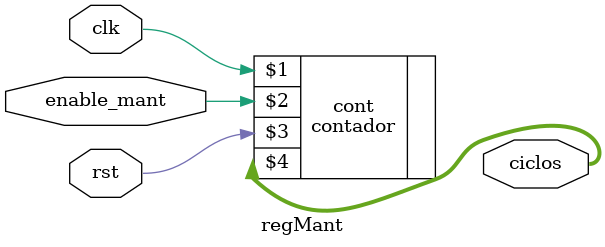
<source format=sv>
module regMant(
		input logic clk,
		input logic rst,
		input logic enable_mant,
		output logic [7:0] ciclos
);


contador cont (clk, enable_mant, rst, ciclos);

endmodule
</source>
